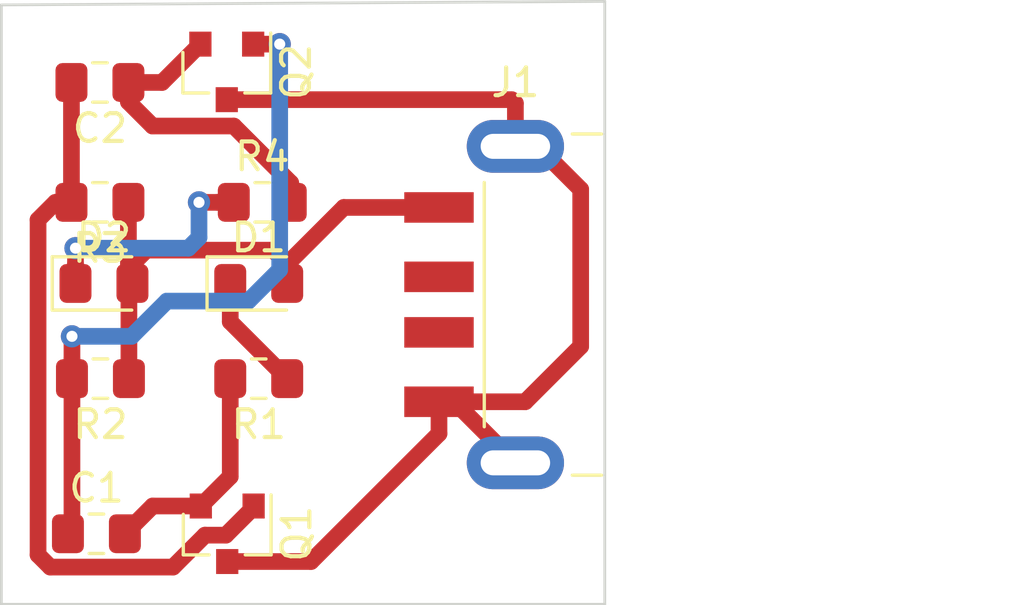
<source format=kicad_pcb>
(kicad_pcb (version 20171130) (host pcbnew "(5.1.5)-3")

  (general
    (thickness 1.6)
    (drawings 4)
    (tracks 73)
    (zones 0)
    (modules 11)
    (nets 11)
  )

  (page A4)
  (layers
    (0 F.Cu signal)
    (31 B.Cu signal)
    (32 B.Adhes user)
    (33 F.Adhes user)
    (34 B.Paste user hide)
    (35 F.Paste user)
    (36 B.SilkS user)
    (37 F.SilkS user hide)
    (38 B.Mask user)
    (39 F.Mask user)
    (40 Dwgs.User user)
    (41 Cmts.User user)
    (42 Eco1.User user)
    (43 Eco2.User user hide)
    (44 Edge.Cuts user)
    (45 Margin user hide)
    (46 B.CrtYd user)
    (47 F.CrtYd user)
    (48 B.Fab user)
    (49 F.Fab user hide)
  )

  (setup
    (last_trace_width 0.6)
    (user_trace_width 0.6)
    (user_trace_width 0.6)
    (trace_clearance 0.2)
    (zone_clearance 0.508)
    (zone_45_only no)
    (trace_min 0.6)
    (via_size 0.8)
    (via_drill 0.4)
    (via_min_size 0.4)
    (via_min_drill 0.3)
    (uvia_size 0.3)
    (uvia_drill 0.1)
    (uvias_allowed no)
    (uvia_min_size 0.2)
    (uvia_min_drill 0.1)
    (edge_width 0.05)
    (segment_width 0.2)
    (pcb_text_width 0.3)
    (pcb_text_size 1.5 1.5)
    (mod_edge_width 0.12)
    (mod_text_size 1 1)
    (mod_text_width 0.15)
    (pad_size 1.524 1.524)
    (pad_drill 0.762)
    (pad_to_mask_clearance 0.051)
    (solder_mask_min_width 0.25)
    (aux_axis_origin 0 0)
    (visible_elements 7FFFFFFF)
    (pcbplotparams
      (layerselection 0x010fc_ffffffff)
      (usegerberextensions false)
      (usegerberattributes false)
      (usegerberadvancedattributes false)
      (creategerberjobfile false)
      (excludeedgelayer true)
      (linewidth 0.100000)
      (plotframeref false)
      (viasonmask false)
      (mode 1)
      (useauxorigin false)
      (hpglpennumber 1)
      (hpglpenspeed 20)
      (hpglpendiameter 15.000000)
      (psnegative false)
      (psa4output false)
      (plotreference true)
      (plotvalue true)
      (plotinvisibletext false)
      (padsonsilk false)
      (subtractmaskfromsilk false)
      (outputformat 1)
      (mirror false)
      (drillshape 1)
      (scaleselection 1)
      (outputdirectory ""))
  )

  (net 0 "")
  (net 1 "Net-(C1-Pad1)")
  (net 2 "Net-(C1-Pad2)")
  (net 3 "Net-(C2-Pad2)")
  (net 4 "Net-(C2-Pad1)")
  (net 5 "Net-(D1-Pad1)")
  (net 6 "Net-(D1-Pad2)")
  (net 7 "Net-(D2-Pad1)")
  (net 8 "Net-(J1-Pad2)")
  (net 9 "Net-(J1-Pad3)")
  (net 10 "Net-(J1-Pad4)")

  (net_class Default "Это класс цепей по умолчанию."
    (clearance 0.2)
    (trace_width 0.6)
    (via_dia 0.8)
    (via_drill 0.4)
    (uvia_dia 0.3)
    (uvia_drill 0.1)
    (diff_pair_width 0.6)
    (diff_pair_gap 0.25)
    (add_net "Net-(C1-Pad1)")
    (add_net "Net-(C1-Pad2)")
    (add_net "Net-(C2-Pad1)")
    (add_net "Net-(C2-Pad2)")
    (add_net "Net-(D1-Pad1)")
    (add_net "Net-(D1-Pad2)")
    (add_net "Net-(D2-Pad1)")
    (add_net "Net-(J1-Pad2)")
    (add_net "Net-(J1-Pad3)")
    (add_net "Net-(J1-Pad4)")
  )

  (module Resistor_SMD:R_0805_2012Metric_Pad1.15x1.40mm_HandSolder (layer F.Cu) (tedit 5B36C52B) (tstamp 5E6D3FC4)
    (at 94.878 102.489 180)
    (descr "Resistor SMD 0805 (2012 Metric), square (rectangular) end terminal, IPC_7351 nominal with elongated pad for handsoldering. (Body size source: https://docs.google.com/spreadsheets/d/1BsfQQcO9C6DZCsRaXUlFlo91Tg2WpOkGARC1WS5S8t0/edit?usp=sharing), generated with kicad-footprint-generator")
    (tags "resistor handsolder")
    (path /5E6D1DD2)
    (attr smd)
    (fp_text reference R2 (at 0 -1.65) (layer F.SilkS)
      (effects (font (size 1 1) (thickness 0.15)))
    )
    (fp_text value R (at 0 1.65 270) (layer F.Fab)
      (effects (font (size 1 1) (thickness 0.15)))
    )
    (fp_text user %R (at 0 0) (layer F.Fab)
      (effects (font (size 0.5 0.5) (thickness 0.08)))
    )
    (fp_line (start 1.85 0.95) (end -1.85 0.95) (layer F.CrtYd) (width 0.05))
    (fp_line (start 1.85 -0.95) (end 1.85 0.95) (layer F.CrtYd) (width 0.05))
    (fp_line (start -1.85 -0.95) (end 1.85 -0.95) (layer F.CrtYd) (width 0.05))
    (fp_line (start -1.85 0.95) (end -1.85 -0.95) (layer F.CrtYd) (width 0.05))
    (fp_line (start -0.261252 0.71) (end 0.261252 0.71) (layer F.SilkS) (width 0.12))
    (fp_line (start -0.261252 -0.71) (end 0.261252 -0.71) (layer F.SilkS) (width 0.12))
    (fp_line (start 1 0.6) (end -1 0.6) (layer F.Fab) (width 0.1))
    (fp_line (start 1 -0.6) (end 1 0.6) (layer F.Fab) (width 0.1))
    (fp_line (start -1 -0.6) (end 1 -0.6) (layer F.Fab) (width 0.1))
    (fp_line (start -1 0.6) (end -1 -0.6) (layer F.Fab) (width 0.1))
    (pad 2 smd roundrect (at 1.025 0 180) (size 1.15 1.4) (layers F.Cu F.Paste F.Mask) (roundrect_rratio 0.217391)
      (net 1 "Net-(C1-Pad1)"))
    (pad 1 smd roundrect (at -1.025 0 180) (size 1.15 1.4) (layers F.Cu F.Paste F.Mask) (roundrect_rratio 0.217391)
      (net 6 "Net-(D1-Pad2)"))
    (model ${KISYS3DMOD}/Resistor_SMD.3dshapes/R_0805_2012Metric.wrl
      (at (xyz 0 0 0))
      (scale (xyz 1 1 1))
      (rotate (xyz 0 0 0))
    )
  )

  (module Diode_SMD:D_0805_2012Metric_Pad1.15x1.40mm_HandSolder (layer F.Cu) (tedit 5B4B45C8) (tstamp 5E6D45C2)
    (at 95.005 99.06)
    (descr "Diode SMD 0805 (2012 Metric), square (rectangular) end terminal, IPC_7351 nominal, (Body size source: https://docs.google.com/spreadsheets/d/1BsfQQcO9C6DZCsRaXUlFlo91Tg2WpOkGARC1WS5S8t0/edit?usp=sharing), generated with kicad-footprint-generator")
    (tags "diode handsolder")
    (path /5E6E02B5)
    (attr smd)
    (fp_text reference D2 (at 0 -1.65) (layer F.SilkS)
      (effects (font (size 1 1) (thickness 0.15)))
    )
    (fp_text value D_Photo (at 0 1.65 90) (layer F.Fab)
      (effects (font (size 1 1) (thickness 0.15)))
    )
    (fp_text user %R (at 0 0 270) (layer F.Fab)
      (effects (font (size 0.5 0.5) (thickness 0.08)))
    )
    (fp_line (start 1.85 0.95) (end -1.85 0.95) (layer F.CrtYd) (width 0.05))
    (fp_line (start 1.85 -0.95) (end 1.85 0.95) (layer F.CrtYd) (width 0.05))
    (fp_line (start -1.85 -0.95) (end 1.85 -0.95) (layer F.CrtYd) (width 0.05))
    (fp_line (start -1.85 0.95) (end -1.85 -0.95) (layer F.CrtYd) (width 0.05))
    (fp_line (start -1.86 0.96) (end 1 0.96) (layer F.SilkS) (width 0.12))
    (fp_line (start -1.86 -0.96) (end -1.86 0.96) (layer F.SilkS) (width 0.12))
    (fp_line (start 1 -0.96) (end -1.86 -0.96) (layer F.SilkS) (width 0.12))
    (fp_line (start 1 0.6) (end 1 -0.6) (layer F.Fab) (width 0.1))
    (fp_line (start -1 0.6) (end 1 0.6) (layer F.Fab) (width 0.1))
    (fp_line (start -1 -0.3) (end -1 0.6) (layer F.Fab) (width 0.1))
    (fp_line (start -0.7 -0.6) (end -1 -0.3) (layer F.Fab) (width 0.1))
    (fp_line (start 1 -0.6) (end -0.7 -0.6) (layer F.Fab) (width 0.1))
    (pad 2 smd roundrect (at 1.025 0) (size 1.15 1.4) (layers F.Cu F.Paste F.Mask) (roundrect_rratio 0.217391)
      (net 6 "Net-(D1-Pad2)"))
    (pad 1 smd roundrect (at -1.025 0) (size 1.15 1.4) (layers F.Cu F.Paste F.Mask) (roundrect_rratio 0.217391)
      (net 7 "Net-(D2-Pad1)"))
    (model ${KISYS3DMOD}/Diode_SMD.3dshapes/D_0805_2012Metric.wrl
      (at (xyz 0 0 0))
      (scale (xyz 1 1 1))
      (rotate (xyz 0 0 0))
    )
  )

  (module Connector_USB:USB_A_CNCTech_1001-011-01101_Horizontal (layer F.Cu) (tedit 5AFEF547) (tstamp 5E6D3F78)
    (at 116.713 99.822)
    (descr http://cnctech.us/pdfs/1001-011-01101.pdf)
    (tags USB-A)
    (path /5E6E213E)
    (attr smd)
    (fp_text reference J1 (at -6.9 -8) (layer F.SilkS)
      (effects (font (size 1 1) (thickness 0.15)))
    )
    (fp_text value USB_A (at 0 8 180) (layer F.Fab)
      (effects (font (size 1 1) (thickness 0.15)))
    )
    (fp_line (start -7.9 6.025) (end -7.9 -6.025) (layer F.Fab) (width 0.1))
    (fp_line (start -7.9 -6.025) (end 10.9 -6.025) (layer F.Fab) (width 0.1))
    (fp_line (start -7.9 6.025) (end 10.9 6.025) (layer F.Fab) (width 0.1))
    (fp_line (start 10.9 6.025) (end 10.9 -6.025) (layer F.Fab) (width 0.1))
    (fp_line (start -10.4 3.75) (end -10.4 3.25) (layer F.Fab) (width 0.1))
    (fp_line (start -10.4 3.25) (end -7.9 3.25) (layer F.Fab) (width 0.1))
    (fp_line (start -10.4 3.75) (end -7.9 3.75) (layer F.Fab) (width 0.1))
    (fp_line (start -10.4 0.75) (end -7.9 0.75) (layer F.Fab) (width 0.1))
    (fp_line (start -10.4 1.25) (end -10.4 0.75) (layer F.Fab) (width 0.1))
    (fp_line (start -10.4 1.25) (end -7.9 1.25) (layer F.Fab) (width 0.1))
    (fp_line (start -10.4 -0.75) (end -10.4 -1.25) (layer F.Fab) (width 0.1))
    (fp_line (start -10.4 -0.75) (end -7.9 -0.75) (layer F.Fab) (width 0.1))
    (fp_line (start -10.4 -1.25) (end -7.9 -1.25) (layer F.Fab) (width 0.1))
    (fp_line (start -10.4 -3.75) (end -7.9 -3.75) (layer F.Fab) (width 0.1))
    (fp_line (start -10.4 -3.25) (end -10.4 -3.75) (layer F.Fab) (width 0.1))
    (fp_line (start -10.4 -3.25) (end -7.9 -3.25) (layer F.Fab) (width 0.1))
    (fp_circle (center -6.9 -2.3) (end -6.9 -2.8) (layer F.Fab) (width 0.1))
    (fp_circle (center -6.9 2.3) (end -6.9 2.8) (layer F.Fab) (width 0.1))
    (fp_line (start -8.02 -4.4) (end -8.02 4.4) (layer F.SilkS) (width 0.12))
    (fp_line (start -3.8 6.025) (end -3.8 -6.025) (layer Dwgs.User) (width 0.1))
    (fp_text user "PCB Edge" (at -4.55 -0.05 90) (layer Dwgs.User)
      (effects (font (size 0.6 0.6) (thickness 0.09)))
    )
    (fp_line (start -4.85 -6.145) (end -3.8 -6.145) (layer F.SilkS) (width 0.12))
    (fp_line (start -4.85 6.145) (end -3.8 6.145) (layer F.SilkS) (width 0.12))
    (fp_line (start -11.4 4.55) (end -11.4 -4.55) (layer F.CrtYd) (width 0.05))
    (fp_line (start -11.4 -4.55) (end -9.15 -4.55) (layer F.CrtYd) (width 0.05))
    (fp_line (start -9.15 -7.15) (end -9.15 -4.55) (layer F.CrtYd) (width 0.05))
    (fp_line (start -9.15 -7.15) (end -4.65 -7.15) (layer F.CrtYd) (width 0.05))
    (fp_line (start -4.65 -6.52) (end -4.65 -7.15) (layer F.CrtYd) (width 0.05))
    (fp_line (start -4.65 -6.52) (end 11.4 -6.52) (layer F.CrtYd) (width 0.05))
    (fp_line (start 11.4 6.52) (end 11.4 -6.52) (layer F.CrtYd) (width 0.05))
    (fp_text user %R (at -6 0 90) (layer F.Fab)
      (effects (font (size 1 1) (thickness 0.15)))
    )
    (fp_line (start -4.65 6.52) (end 11.4 6.52) (layer F.CrtYd) (width 0.05))
    (fp_line (start -4.65 7.15) (end -4.65 6.52) (layer F.CrtYd) (width 0.05))
    (fp_line (start -9.15 7.15) (end -4.65 7.15) (layer F.CrtYd) (width 0.05))
    (fp_line (start -9.15 4.55) (end -9.15 7.15) (layer F.CrtYd) (width 0.05))
    (fp_line (start -11.4 4.55) (end -9.15 4.55) (layer F.CrtYd) (width 0.05))
    (pad 2 smd rect (at -9.65 -1) (size 2.5 1.1) (layers F.Cu F.Paste F.Mask)
      (net 8 "Net-(J1-Pad2)"))
    (pad 3 smd rect (at -9.65 1) (size 2.5 1.1) (layers F.Cu F.Paste F.Mask)
      (net 9 "Net-(J1-Pad3)"))
    (pad 1 smd rect (at -9.65 -3.5) (size 2.5 1.1) (layers F.Cu F.Paste F.Mask)
      (net 6 "Net-(D1-Pad2)"))
    (pad 4 smd rect (at -9.65 3.5) (size 2.5 1.1) (layers F.Cu F.Paste F.Mask)
      (net 10 "Net-(J1-Pad4)"))
    (pad 5 thru_hole oval (at -6.9 -5.7) (size 3.5 1.9) (drill oval 2.5 0.9) (layers *.Cu *.Mask)
      (net 10 "Net-(J1-Pad4)"))
    (pad 5 thru_hole oval (at -6.9 5.7) (size 3.5 1.9) (drill oval 2.5 0.9) (layers *.Cu *.Mask)
      (net 10 "Net-(J1-Pad4)"))
    (pad "" np_thru_hole circle (at -6.9 -2.3) (size 1.1 1.1) (drill 1.1) (layers *.Cu *.Mask))
    (pad "" np_thru_hole circle (at -6.9 2.3) (size 1.1 1.1) (drill 1.1) (layers *.Cu *.Mask))
    (model ${KISYS3DMOD}/Connector_USB.3dshapes/USB_A_CNCTech_1001-011-01101_Horizontal.wrl
      (at (xyz 0 0 0))
      (scale (xyz 1 1 1))
      (rotate (xyz 0 0 0))
    )
  )

  (module Diode_SMD:D_0805_2012Metric_Pad1.15x1.40mm_HandSolder (layer F.Cu) (tedit 5B4B45C8) (tstamp 5E6D3F35)
    (at 100.575 99.06)
    (descr "Diode SMD 0805 (2012 Metric), square (rectangular) end terminal, IPC_7351 nominal, (Body size source: https://docs.google.com/spreadsheets/d/1BsfQQcO9C6DZCsRaXUlFlo91Tg2WpOkGARC1WS5S8t0/edit?usp=sharing), generated with kicad-footprint-generator")
    (tags "diode handsolder")
    (path /5E6DF52D)
    (attr smd)
    (fp_text reference D1 (at 0 -1.65) (layer F.SilkS)
      (effects (font (size 1 1) (thickness 0.15)))
    )
    (fp_text value D_Photo (at 0 1.65) (layer F.Fab)
      (effects (font (size 1 1) (thickness 0.15)))
    )
    (fp_line (start 1 -0.6) (end -0.7 -0.6) (layer F.Fab) (width 0.1))
    (fp_line (start -0.7 -0.6) (end -1 -0.3) (layer F.Fab) (width 0.1))
    (fp_line (start -1 -0.3) (end -1 0.6) (layer F.Fab) (width 0.1))
    (fp_line (start -1 0.6) (end 1 0.6) (layer F.Fab) (width 0.1))
    (fp_line (start 1 0.6) (end 1 -0.6) (layer F.Fab) (width 0.1))
    (fp_line (start 1 -0.96) (end -1.86 -0.96) (layer F.SilkS) (width 0.12))
    (fp_line (start -1.86 -0.96) (end -1.86 0.96) (layer F.SilkS) (width 0.12))
    (fp_line (start -1.86 0.96) (end 1 0.96) (layer F.SilkS) (width 0.12))
    (fp_line (start -1.85 0.95) (end -1.85 -0.95) (layer F.CrtYd) (width 0.05))
    (fp_line (start -1.85 -0.95) (end 1.85 -0.95) (layer F.CrtYd) (width 0.05))
    (fp_line (start 1.85 -0.95) (end 1.85 0.95) (layer F.CrtYd) (width 0.05))
    (fp_line (start 1.85 0.95) (end -1.85 0.95) (layer F.CrtYd) (width 0.05))
    (fp_text user %R (at 0 0) (layer F.Fab)
      (effects (font (size 0.5 0.5) (thickness 0.08)))
    )
    (pad 1 smd roundrect (at -1.025 0) (size 1.15 1.4) (layers F.Cu F.Paste F.Mask) (roundrect_rratio 0.217391)
      (net 5 "Net-(D1-Pad1)"))
    (pad 2 smd roundrect (at 1.025 0) (size 1.15 1.4) (layers F.Cu F.Paste F.Mask) (roundrect_rratio 0.217391)
      (net 6 "Net-(D1-Pad2)"))
    (model ${KISYS3DMOD}/Diode_SMD.3dshapes/D_0805_2012Metric.wrl
      (at (xyz 0 0 0))
      (scale (xyz 1 1 1))
      (rotate (xyz 0 0 0))
    )
  )

  (module Capacitor_SMD:C_0805_2012Metric_Pad1.15x1.40mm_HandSolder (layer F.Cu) (tedit 5B36C52B) (tstamp 5E6D3F11)
    (at 94.733 108.077)
    (descr "Capacitor SMD 0805 (2012 Metric), square (rectangular) end terminal, IPC_7351 nominal with elongated pad for handsoldering. (Body size source: https://docs.google.com/spreadsheets/d/1BsfQQcO9C6DZCsRaXUlFlo91Tg2WpOkGARC1WS5S8t0/edit?usp=sharing), generated with kicad-footprint-generator")
    (tags "capacitor handsolder")
    (path /5E6D24F0)
    (attr smd)
    (fp_text reference C1 (at 0 -1.65) (layer F.SilkS)
      (effects (font (size 1 1) (thickness 0.15)))
    )
    (fp_text value C (at 0 1.65) (layer F.Fab)
      (effects (font (size 1 1) (thickness 0.15)))
    )
    (fp_line (start -1 0.6) (end -1 -0.6) (layer F.Fab) (width 0.1))
    (fp_line (start -1 -0.6) (end 1 -0.6) (layer F.Fab) (width 0.1))
    (fp_line (start 1 -0.6) (end 1 0.6) (layer F.Fab) (width 0.1))
    (fp_line (start 1 0.6) (end -1 0.6) (layer F.Fab) (width 0.1))
    (fp_line (start -0.261252 -0.71) (end 0.261252 -0.71) (layer F.SilkS) (width 0.12))
    (fp_line (start -0.261252 0.71) (end 0.261252 0.71) (layer F.SilkS) (width 0.12))
    (fp_line (start -1.85 0.95) (end -1.85 -0.95) (layer F.CrtYd) (width 0.05))
    (fp_line (start -1.85 -0.95) (end 1.85 -0.95) (layer F.CrtYd) (width 0.05))
    (fp_line (start 1.85 -0.95) (end 1.85 0.95) (layer F.CrtYd) (width 0.05))
    (fp_line (start 1.85 0.95) (end -1.85 0.95) (layer F.CrtYd) (width 0.05))
    (fp_text user %R (at 0 0) (layer F.Fab)
      (effects (font (size 0.5 0.5) (thickness 0.08)))
    )
    (pad 1 smd roundrect (at -1.025 0) (size 1.15 1.4) (layers F.Cu F.Paste F.Mask) (roundrect_rratio 0.217391)
      (net 1 "Net-(C1-Pad1)"))
    (pad 2 smd roundrect (at 1.025 0) (size 1.15 1.4) (layers F.Cu F.Paste F.Mask) (roundrect_rratio 0.217391)
      (net 2 "Net-(C1-Pad2)"))
    (model ${KISYS3DMOD}/Capacitor_SMD.3dshapes/C_0805_2012Metric.wrl
      (at (xyz 0 0 0))
      (scale (xyz 1 1 1))
      (rotate (xyz 0 0 0))
    )
  )

  (module Capacitor_SMD:C_0805_2012Metric_Pad1.15x1.40mm_HandSolder (layer F.Cu) (tedit 5B36C52B) (tstamp 5E6D489E)
    (at 94.86 91.821 180)
    (descr "Capacitor SMD 0805 (2012 Metric), square (rectangular) end terminal, IPC_7351 nominal with elongated pad for handsoldering. (Body size source: https://docs.google.com/spreadsheets/d/1BsfQQcO9C6DZCsRaXUlFlo91Tg2WpOkGARC1WS5S8t0/edit?usp=sharing), generated with kicad-footprint-generator")
    (tags "capacitor handsolder")
    (path /5E6D2CF2)
    (attr smd)
    (fp_text reference C2 (at 0 -1.65) (layer F.SilkS)
      (effects (font (size 1 1) (thickness 0.15)))
    )
    (fp_text value C (at 0 1.65) (layer F.Fab)
      (effects (font (size 1 1) (thickness 0.15)))
    )
    (fp_text user %R (at 0 0) (layer F.Fab)
      (effects (font (size 0.5 0.5) (thickness 0.08)))
    )
    (fp_line (start 1.85 0.95) (end -1.85 0.95) (layer F.CrtYd) (width 0.05))
    (fp_line (start 1.85 -0.95) (end 1.85 0.95) (layer F.CrtYd) (width 0.05))
    (fp_line (start -1.85 -0.95) (end 1.85 -0.95) (layer F.CrtYd) (width 0.05))
    (fp_line (start -1.85 0.95) (end -1.85 -0.95) (layer F.CrtYd) (width 0.05))
    (fp_line (start -0.261252 0.71) (end 0.261252 0.71) (layer F.SilkS) (width 0.12))
    (fp_line (start -0.261252 -0.71) (end 0.261252 -0.71) (layer F.SilkS) (width 0.12))
    (fp_line (start 1 0.6) (end -1 0.6) (layer F.Fab) (width 0.1))
    (fp_line (start 1 -0.6) (end 1 0.6) (layer F.Fab) (width 0.1))
    (fp_line (start -1 -0.6) (end 1 -0.6) (layer F.Fab) (width 0.1))
    (fp_line (start -1 0.6) (end -1 -0.6) (layer F.Fab) (width 0.1))
    (pad 2 smd roundrect (at 1.025 0 180) (size 1.15 1.4) (layers F.Cu F.Paste F.Mask) (roundrect_rratio 0.217391)
      (net 3 "Net-(C2-Pad2)"))
    (pad 1 smd roundrect (at -1.025 0 180) (size 1.15 1.4) (layers F.Cu F.Paste F.Mask) (roundrect_rratio 0.217391)
      (net 4 "Net-(C2-Pad1)"))
    (model ${KISYS3DMOD}/Capacitor_SMD.3dshapes/C_0805_2012Metric.wrl
      (at (xyz 0 0 0))
      (scale (xyz 1 1 1))
      (rotate (xyz 0 0 0))
    )
  )

  (module Package_TO_SOT_SMD:SOT-23 (layer F.Cu) (tedit 5A02FF57) (tstamp 5E6D4768)
    (at 99.441 108.077 270)
    (descr "SOT-23, Standard")
    (tags SOT-23)
    (path /5E6CFFD7)
    (attr smd)
    (fp_text reference Q1 (at 0 -2.5 90) (layer F.SilkS)
      (effects (font (size 1 1) (thickness 0.15)))
    )
    (fp_text value Q_NPN_BCE (at 0 2.5 90) (layer F.Fab)
      (effects (font (size 1 1) (thickness 0.15)))
    )
    (fp_text user %R (at 0 0) (layer F.Fab)
      (effects (font (size 0.5 0.5) (thickness 0.075)))
    )
    (fp_line (start -0.7 -0.95) (end -0.7 1.5) (layer F.Fab) (width 0.1))
    (fp_line (start -0.15 -1.52) (end 0.7 -1.52) (layer F.Fab) (width 0.1))
    (fp_line (start -0.7 -0.95) (end -0.15 -1.52) (layer F.Fab) (width 0.1))
    (fp_line (start 0.7 -1.52) (end 0.7 1.52) (layer F.Fab) (width 0.1))
    (fp_line (start -0.7 1.52) (end 0.7 1.52) (layer F.Fab) (width 0.1))
    (fp_line (start 0.76 1.58) (end 0.76 0.65) (layer F.SilkS) (width 0.12))
    (fp_line (start 0.76 -1.58) (end 0.76 -0.65) (layer F.SilkS) (width 0.12))
    (fp_line (start -1.7 -1.75) (end 1.7 -1.75) (layer F.CrtYd) (width 0.05))
    (fp_line (start 1.7 -1.75) (end 1.7 1.75) (layer F.CrtYd) (width 0.05))
    (fp_line (start 1.7 1.75) (end -1.7 1.75) (layer F.CrtYd) (width 0.05))
    (fp_line (start -1.7 1.75) (end -1.7 -1.75) (layer F.CrtYd) (width 0.05))
    (fp_line (start 0.76 -1.58) (end -1.4 -1.58) (layer F.SilkS) (width 0.12))
    (fp_line (start 0.76 1.58) (end -0.7 1.58) (layer F.SilkS) (width 0.12))
    (pad 1 smd rect (at -1 -0.95 270) (size 0.9 0.8) (layers F.Cu F.Paste F.Mask)
      (net 3 "Net-(C2-Pad2)"))
    (pad 2 smd rect (at -1 0.95 270) (size 0.9 0.8) (layers F.Cu F.Paste F.Mask)
      (net 2 "Net-(C1-Pad2)"))
    (pad 3 smd rect (at 1 0 270) (size 0.9 0.8) (layers F.Cu F.Paste F.Mask)
      (net 10 "Net-(J1-Pad4)"))
    (model ${KISYS3DMOD}/Package_TO_SOT_SMD.3dshapes/SOT-23.wrl
      (at (xyz 0 0 0))
      (scale (xyz 1 1 1))
      (rotate (xyz 0 0 0))
    )
  )

  (module Package_TO_SOT_SMD:SOT-23 (layer F.Cu) (tedit 5A02FF57) (tstamp 5E6D3FA2)
    (at 99.425 91.44 270)
    (descr "SOT-23, Standard")
    (tags SOT-23)
    (path /5E6D06DC)
    (attr smd)
    (fp_text reference Q2 (at 0 -2.5 90) (layer F.SilkS)
      (effects (font (size 1 1) (thickness 0.15)))
    )
    (fp_text value Q_NPN_BCE (at 0 2.5 90) (layer F.Fab)
      (effects (font (size 1 1) (thickness 0.15)))
    )
    (fp_line (start 0.76 1.58) (end -0.7 1.58) (layer F.SilkS) (width 0.12))
    (fp_line (start 0.76 -1.58) (end -1.4 -1.58) (layer F.SilkS) (width 0.12))
    (fp_line (start -1.7 1.75) (end -1.7 -1.75) (layer F.CrtYd) (width 0.05))
    (fp_line (start 1.7 1.75) (end -1.7 1.75) (layer F.CrtYd) (width 0.05))
    (fp_line (start 1.7 -1.75) (end 1.7 1.75) (layer F.CrtYd) (width 0.05))
    (fp_line (start -1.7 -1.75) (end 1.7 -1.75) (layer F.CrtYd) (width 0.05))
    (fp_line (start 0.76 -1.58) (end 0.76 -0.65) (layer F.SilkS) (width 0.12))
    (fp_line (start 0.76 1.58) (end 0.76 0.65) (layer F.SilkS) (width 0.12))
    (fp_line (start -0.7 1.52) (end 0.7 1.52) (layer F.Fab) (width 0.1))
    (fp_line (start 0.7 -1.52) (end 0.7 1.52) (layer F.Fab) (width 0.1))
    (fp_line (start -0.7 -0.95) (end -0.15 -1.52) (layer F.Fab) (width 0.1))
    (fp_line (start -0.15 -1.52) (end 0.7 -1.52) (layer F.Fab) (width 0.1))
    (fp_line (start -0.7 -0.95) (end -0.7 1.5) (layer F.Fab) (width 0.1))
    (fp_text user %R (at 0 0) (layer F.Fab)
      (effects (font (size 0.5 0.5) (thickness 0.075)))
    )
    (pad 3 smd rect (at 1 0 270) (size 0.9 0.8) (layers F.Cu F.Paste F.Mask)
      (net 10 "Net-(J1-Pad4)"))
    (pad 2 smd rect (at -1 0.95 270) (size 0.9 0.8) (layers F.Cu F.Paste F.Mask)
      (net 4 "Net-(C2-Pad1)"))
    (pad 1 smd rect (at -1 -0.95 270) (size 0.9 0.8) (layers F.Cu F.Paste F.Mask)
      (net 1 "Net-(C1-Pad1)"))
    (model ${KISYS3DMOD}/Package_TO_SOT_SMD.3dshapes/SOT-23.wrl
      (at (xyz 0 0 0))
      (scale (xyz 1 1 1))
      (rotate (xyz 0 0 0))
    )
  )

  (module Resistor_SMD:R_0805_2012Metric_Pad1.15x1.40mm_HandSolder (layer F.Cu) (tedit 5B36C52B) (tstamp 5E6D4467)
    (at 100.575 102.489 180)
    (descr "Resistor SMD 0805 (2012 Metric), square (rectangular) end terminal, IPC_7351 nominal with elongated pad for handsoldering. (Body size source: https://docs.google.com/spreadsheets/d/1BsfQQcO9C6DZCsRaXUlFlo91Tg2WpOkGARC1WS5S8t0/edit?usp=sharing), generated with kicad-footprint-generator")
    (tags "resistor handsolder")
    (path /5E6D0DB1)
    (attr smd)
    (fp_text reference R1 (at 0 -1.65) (layer F.SilkS)
      (effects (font (size 1 1) (thickness 0.15)))
    )
    (fp_text value R (at 0 1.65) (layer F.Fab)
      (effects (font (size 1 1) (thickness 0.15)))
    )
    (fp_line (start -1 0.6) (end -1 -0.6) (layer F.Fab) (width 0.1))
    (fp_line (start -1 -0.6) (end 1 -0.6) (layer F.Fab) (width 0.1))
    (fp_line (start 1 -0.6) (end 1 0.6) (layer F.Fab) (width 0.1))
    (fp_line (start 1 0.6) (end -1 0.6) (layer F.Fab) (width 0.1))
    (fp_line (start -0.261252 -0.71) (end 0.261252 -0.71) (layer F.SilkS) (width 0.12))
    (fp_line (start -0.261252 0.71) (end 0.261252 0.71) (layer F.SilkS) (width 0.12))
    (fp_line (start -1.85 0.95) (end -1.85 -0.95) (layer F.CrtYd) (width 0.05))
    (fp_line (start -1.85 -0.95) (end 1.85 -0.95) (layer F.CrtYd) (width 0.05))
    (fp_line (start 1.85 -0.95) (end 1.85 0.95) (layer F.CrtYd) (width 0.05))
    (fp_line (start 1.85 0.95) (end -1.85 0.95) (layer F.CrtYd) (width 0.05))
    (fp_text user %R (at 0 0) (layer F.Fab)
      (effects (font (size 0.5 0.5) (thickness 0.08)))
    )
    (pad 1 smd roundrect (at -1.025 0 180) (size 1.15 1.4) (layers F.Cu F.Paste F.Mask) (roundrect_rratio 0.217391)
      (net 5 "Net-(D1-Pad1)"))
    (pad 2 smd roundrect (at 1.025 0 180) (size 1.15 1.4) (layers F.Cu F.Paste F.Mask) (roundrect_rratio 0.217391)
      (net 2 "Net-(C1-Pad2)"))
    (model ${KISYS3DMOD}/Resistor_SMD.3dshapes/R_0805_2012Metric.wrl
      (at (xyz 0 0 0))
      (scale (xyz 1 1 1))
      (rotate (xyz 0 0 0))
    )
  )

  (module Resistor_SMD:R_0805_2012Metric_Pad1.15x1.40mm_HandSolder (layer F.Cu) (tedit 5B36C52B) (tstamp 5E6D3FD5)
    (at 94.86 96.139 180)
    (descr "Resistor SMD 0805 (2012 Metric), square (rectangular) end terminal, IPC_7351 nominal with elongated pad for handsoldering. (Body size source: https://docs.google.com/spreadsheets/d/1BsfQQcO9C6DZCsRaXUlFlo91Tg2WpOkGARC1WS5S8t0/edit?usp=sharing), generated with kicad-footprint-generator")
    (tags "resistor handsolder")
    (path /5E6D1474)
    (attr smd)
    (fp_text reference R3 (at 0 -1.65) (layer F.SilkS)
      (effects (font (size 1 1) (thickness 0.15)))
    )
    (fp_text value R (at 0 1.65) (layer F.Fab)
      (effects (font (size 1 1) (thickness 0.15)))
    )
    (fp_text user %R (at 0 0) (layer F.Fab)
      (effects (font (size 0.5 0.5) (thickness 0.08)))
    )
    (fp_line (start 1.85 0.95) (end -1.85 0.95) (layer F.CrtYd) (width 0.05))
    (fp_line (start 1.85 -0.95) (end 1.85 0.95) (layer F.CrtYd) (width 0.05))
    (fp_line (start -1.85 -0.95) (end 1.85 -0.95) (layer F.CrtYd) (width 0.05))
    (fp_line (start -1.85 0.95) (end -1.85 -0.95) (layer F.CrtYd) (width 0.05))
    (fp_line (start -0.261252 0.71) (end 0.261252 0.71) (layer F.SilkS) (width 0.12))
    (fp_line (start -0.261252 -0.71) (end 0.261252 -0.71) (layer F.SilkS) (width 0.12))
    (fp_line (start 1 0.6) (end -1 0.6) (layer F.Fab) (width 0.1))
    (fp_line (start 1 -0.6) (end 1 0.6) (layer F.Fab) (width 0.1))
    (fp_line (start -1 -0.6) (end 1 -0.6) (layer F.Fab) (width 0.1))
    (fp_line (start -1 0.6) (end -1 -0.6) (layer F.Fab) (width 0.1))
    (pad 2 smd roundrect (at 1.025 0 180) (size 1.15 1.4) (layers F.Cu F.Paste F.Mask) (roundrect_rratio 0.217391)
      (net 3 "Net-(C2-Pad2)"))
    (pad 1 smd roundrect (at -1.025 0 180) (size 1.15 1.4) (layers F.Cu F.Paste F.Mask) (roundrect_rratio 0.217391)
      (net 6 "Net-(D1-Pad2)"))
    (model ${KISYS3DMOD}/Resistor_SMD.3dshapes/R_0805_2012Metric.wrl
      (at (xyz 0 0 0))
      (scale (xyz 1 1 1))
      (rotate (xyz 0 0 0))
    )
  )

  (module Resistor_SMD:R_0805_2012Metric_Pad1.15x1.40mm_HandSolder (layer F.Cu) (tedit 5B36C52B) (tstamp 5E6D3FE6)
    (at 100.702 96.139)
    (descr "Resistor SMD 0805 (2012 Metric), square (rectangular) end terminal, IPC_7351 nominal with elongated pad for handsoldering. (Body size source: https://docs.google.com/spreadsheets/d/1BsfQQcO9C6DZCsRaXUlFlo91Tg2WpOkGARC1WS5S8t0/edit?usp=sharing), generated with kicad-footprint-generator")
    (tags "resistor handsolder")
    (path /5E6D1909)
    (attr smd)
    (fp_text reference R4 (at 0 -1.65) (layer F.SilkS)
      (effects (font (size 1 1) (thickness 0.15)))
    )
    (fp_text value R (at 0 1.65) (layer F.Fab)
      (effects (font (size 1 1) (thickness 0.15)))
    )
    (fp_line (start -1 0.6) (end -1 -0.6) (layer F.Fab) (width 0.1))
    (fp_line (start -1 -0.6) (end 1 -0.6) (layer F.Fab) (width 0.1))
    (fp_line (start 1 -0.6) (end 1 0.6) (layer F.Fab) (width 0.1))
    (fp_line (start 1 0.6) (end -1 0.6) (layer F.Fab) (width 0.1))
    (fp_line (start -0.261252 -0.71) (end 0.261252 -0.71) (layer F.SilkS) (width 0.12))
    (fp_line (start -0.261252 0.71) (end 0.261252 0.71) (layer F.SilkS) (width 0.12))
    (fp_line (start -1.85 0.95) (end -1.85 -0.95) (layer F.CrtYd) (width 0.05))
    (fp_line (start -1.85 -0.95) (end 1.85 -0.95) (layer F.CrtYd) (width 0.05))
    (fp_line (start 1.85 -0.95) (end 1.85 0.95) (layer F.CrtYd) (width 0.05))
    (fp_line (start 1.85 0.95) (end -1.85 0.95) (layer F.CrtYd) (width 0.05))
    (fp_text user %R (at 0 0 90) (layer F.Fab)
      (effects (font (size 0.5 0.5) (thickness 0.08)))
    )
    (pad 1 smd roundrect (at -1.025 0) (size 1.15 1.4) (layers F.Cu F.Paste F.Mask) (roundrect_rratio 0.217391)
      (net 7 "Net-(D2-Pad1)"))
    (pad 2 smd roundrect (at 1.025 0) (size 1.15 1.4) (layers F.Cu F.Paste F.Mask) (roundrect_rratio 0.217391)
      (net 4 "Net-(C2-Pad1)"))
    (model ${KISYS3DMOD}/Resistor_SMD.3dshapes/R_0805_2012Metric.wrl
      (at (xyz 0 0 0))
      (scale (xyz 1 1 1))
      (rotate (xyz 0 0 0))
    )
  )

  (gr_line (start 113.03 88.9) (end 113.03 110.617) (layer Edge.Cuts) (width 0.1))
  (gr_line (start 91.313 89.027) (end 113.03 88.9) (layer Edge.Cuts) (width 0.1))
  (gr_line (start 91.313 110.617) (end 91.313 89.027) (layer Edge.Cuts) (width 0.1))
  (gr_line (start 113.03 110.617) (end 91.313 110.617) (layer Edge.Cuts) (width 0.1))

  (segment (start 93.98 97.79) (end 93.98 97.79) (width 0.6) (layer B.Cu) (net 7) (tstamp 5E727D49))
  (via (at 93.98 97.79) (size 0.8) (drill 0.4) (layers F.Cu B.Cu) (net 7))
  (segment (start 93.853 107.932) (end 93.708 108.077) (width 0.6) (layer F.Cu) (net 1))
  (segment (start 93.853 102.489) (end 93.853 102.489) (width 0.6) (layer F.Cu) (net 1))
  (segment (start 93.853 102.489) (end 93.853 107.932) (width 0.6) (layer F.Cu) (net 1) (tstamp 5E726FB7))
  (segment (start 100.375 90.44) (end 101.33 90.44) (width 0.6) (layer F.Cu) (net 1))
  (segment (start 101.33 90.44) (end 101.33 90.44) (width 0.6) (layer F.Cu) (net 1) (tstamp 5E727DEC))
  (via (at 101.33 90.44) (size 0.8) (drill 0.4) (layers F.Cu B.Cu) (net 1))
  (segment (start 93.853 102.489) (end 93.853 101.789) (width 0.6) (layer F.Cu) (net 1))
  (segment (start 93.853 101.789) (end 93.853 100.965) (width 0.6) (layer F.Cu) (net 1))
  (segment (start 93.853 100.965) (end 93.853 100.965) (width 0.6) (layer F.Cu) (net 1) (tstamp 5E727E0E))
  (via (at 93.853 100.965) (size 0.8) (drill 0.4) (layers F.Cu B.Cu) (net 1))
  (segment (start 96.000384 100.965) (end 97.270384 99.695) (width 0.6) (layer B.Cu) (net 1))
  (segment (start 93.853 100.965) (end 96.000384 100.965) (width 0.6) (layer B.Cu) (net 1))
  (segment (start 97.270384 99.695) (end 100.203 99.695) (width 0.6) (layer B.Cu) (net 1))
  (segment (start 101.33 98.568) (end 101.33 90.44) (width 0.6) (layer B.Cu) (net 1))
  (segment (start 100.203 99.695) (end 101.33 98.568) (width 0.6) (layer B.Cu) (net 1))
  (segment (start 99.55 106.018) (end 98.491 107.077) (width 0.6) (layer F.Cu) (net 2))
  (segment (start 99.55 102.489) (end 99.55 106.018) (width 0.6) (layer F.Cu) (net 2))
  (segment (start 96.758 107.077) (end 95.758 108.077) (width 0.6) (layer F.Cu) (net 2))
  (segment (start 98.491 107.077) (end 96.758 107.077) (width 0.6) (layer F.Cu) (net 2))
  (segment (start 93.26 96.139) (end 93.835 96.139) (width 0.6) (layer F.Cu) (net 3))
  (segment (start 92.63299 96.76601) (end 93.26 96.139) (width 0.6) (layer F.Cu) (net 3))
  (segment (start 92.63299 108.837668) (end 92.63299 96.76601) (width 0.6) (layer F.Cu) (net 3))
  (segment (start 93.072332 109.27701) (end 92.63299 108.837668) (width 0.6) (layer F.Cu) (net 3))
  (segment (start 98.640999 108.126999) (end 97.490988 109.27701) (width 0.6) (layer F.Cu) (net 3))
  (segment (start 97.490988 109.27701) (end 93.072332 109.27701) (width 0.6) (layer F.Cu) (net 3))
  (segment (start 99.391001 108.126999) (end 98.640999 108.126999) (width 0.6) (layer F.Cu) (net 3))
  (segment (start 100.391 107.127) (end 99.391001 108.126999) (width 0.6) (layer F.Cu) (net 3))
  (segment (start 100.391 107.077) (end 100.391 107.127) (width 0.6) (layer F.Cu) (net 3))
  (segment (start 93.835 96.139) (end 93.835 91.821) (width 0.6) (layer F.Cu) (net 3))
  (segment (start 95.885 92.521) (end 95.885 91.821) (width 0.6) (layer F.Cu) (net 4))
  (segment (start 96.754001 93.390001) (end 95.885 92.521) (width 0.6) (layer F.Cu) (net 4))
  (segment (start 99.678001 93.390001) (end 96.754001 93.390001) (width 0.6) (layer F.Cu) (net 4))
  (segment (start 101.727 95.439) (end 99.678001 93.390001) (width 0.6) (layer F.Cu) (net 4))
  (segment (start 101.727 96.139) (end 101.727 95.439) (width 0.6) (layer F.Cu) (net 4))
  (segment (start 97.094 91.821) (end 98.475 90.44) (width 0.6) (layer F.Cu) (net 4))
  (segment (start 95.885 91.821) (end 97.094 91.821) (width 0.6) (layer F.Cu) (net 4))
  (segment (start 99.55 100.439) (end 101.6 102.489) (width 0.6) (layer F.Cu) (net 5))
  (segment (start 99.55 99.06) (end 99.55 100.439) (width 0.6) (layer F.Cu) (net 5))
  (segment (start 103.638 96.322) (end 101.6 98.36) (width 0.6) (layer F.Cu) (net 6))
  (segment (start 107.063 96.322) (end 103.638 96.322) (width 0.6) (layer F.Cu) (net 6))
  (segment (start 96.53001 97.85999) (end 96.03 98.36) (width 0.6) (layer F.Cu) (net 6))
  (segment (start 96.03 98.36) (end 96.03 99.06) (width 0.6) (layer F.Cu) (net 6))
  (segment (start 101.09999 97.85999) (end 96.53001 97.85999) (width 0.6) (layer F.Cu) (net 6))
  (segment (start 101.6 98.36) (end 101.09999 97.85999) (width 0.6) (layer F.Cu) (net 6))
  (segment (start 101.6 99.06) (end 101.6 98.36) (width 0.6) (layer F.Cu) (net 6))
  (segment (start 95.903 99.187) (end 96.03 99.06) (width 0.6) (layer F.Cu) (net 6))
  (segment (start 95.903 102.489) (end 95.903 99.187) (width 0.6) (layer F.Cu) (net 6))
  (segment (start 95.885 98.915) (end 96.03 99.06) (width 0.6) (layer F.Cu) (net 6))
  (segment (start 95.885 96.139) (end 95.885 98.915) (width 0.6) (layer F.Cu) (net 6))
  (segment (start 93.98 99.06) (end 93.98 98.36) (width 0.6) (layer F.Cu) (net 7))
  (segment (start 93.98 98.36) (end 93.98 97.79) (width 0.6) (layer F.Cu) (net 7))
  (segment (start 93.98 97.79) (end 98.044 97.79) (width 0.6) (layer B.Cu) (net 7))
  (segment (start 99.677 96.139) (end 99.102 96.139) (width 0.6) (layer F.Cu) (net 7))
  (segment (start 99.102 96.139) (end 98.425 96.139) (width 0.6) (layer F.Cu) (net 7))
  (segment (start 98.425 96.139) (end 98.425 96.139) (width 0.6) (layer F.Cu) (net 7) (tstamp 5E727DC9))
  (via (at 98.425 96.139) (size 0.8) (drill 0.4) (layers F.Cu B.Cu) (net 7))
  (segment (start 98.425 97.409) (end 98.425 96.139) (width 0.6) (layer B.Cu) (net 7))
  (segment (start 98.044 97.79) (end 98.425 97.409) (width 0.6) (layer B.Cu) (net 7))
  (segment (start 109.813 92.572) (end 109.813 94.122) (width 0.6) (layer F.Cu) (net 10))
  (segment (start 109.681 92.44) (end 109.813 92.572) (width 0.6) (layer F.Cu) (net 10))
  (segment (start 99.425 92.44) (end 109.681 92.44) (width 0.6) (layer F.Cu) (net 10))
  (segment (start 102.458 109.077) (end 107.063 104.472) (width 0.6) (layer F.Cu) (net 10))
  (segment (start 107.063 104.472) (end 107.063 103.322) (width 0.6) (layer F.Cu) (net 10))
  (segment (start 99.441 109.077) (end 102.458 109.077) (width 0.6) (layer F.Cu) (net 10))
  (segment (start 107.613 103.322) (end 109.813 105.522) (width 0.6) (layer F.Cu) (net 10))
  (segment (start 107.063 103.322) (end 107.613 103.322) (width 0.6) (layer F.Cu) (net 10))
  (segment (start 110.613 94.122) (end 109.813 94.122) (width 0.6) (layer F.Cu) (net 10))
  (segment (start 112.163 95.672) (end 110.613 94.122) (width 0.6) (layer F.Cu) (net 10))
  (segment (start 112.163 101.326002) (end 112.163 95.672) (width 0.6) (layer F.Cu) (net 10))
  (segment (start 110.167002 103.322) (end 112.163 101.326002) (width 0.6) (layer F.Cu) (net 10))
  (segment (start 107.063 103.322) (end 110.167002 103.322) (width 0.6) (layer F.Cu) (net 10))

)

</source>
